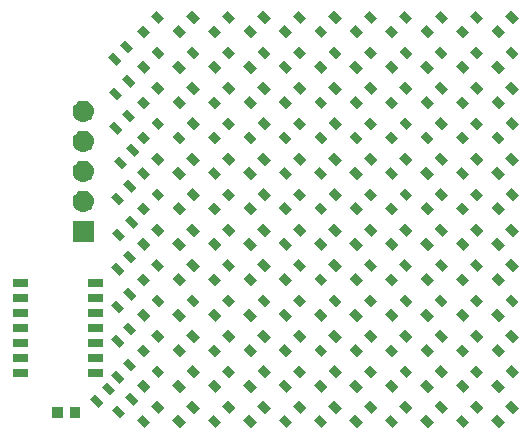
<source format=gts>
G04 #@! TF.GenerationSoftware,KiCad,Pcbnew,(5.1.2)-2*
G04 #@! TF.CreationDate,2020-03-23T21:36:54-04:00*
G04 #@! TF.ProjectId,test_samd11,74657374-5f73-4616-9d64-31312e6b6963,rev?*
G04 #@! TF.SameCoordinates,Original*
G04 #@! TF.FileFunction,Soldermask,Top*
G04 #@! TF.FilePolarity,Negative*
%FSLAX46Y46*%
G04 Gerber Fmt 4.6, Leading zero omitted, Abs format (unit mm)*
G04 Created by KiCad (PCBNEW (5.1.2)-2) date 2020-03-23 21:36:54*
%MOMM*%
%LPD*%
G04 APERTURE LIST*
%ADD10C,0.100000*%
G04 APERTURE END LIST*
D10*
G36*
X74603059Y-64409752D02*
G01*
X74106670Y-64906141D01*
X73468859Y-64268330D01*
X73965248Y-63771941D01*
X74603059Y-64409752D01*
X74603059Y-64409752D01*
G37*
G36*
X77603059Y-64409752D02*
G01*
X77106670Y-64906141D01*
X76468859Y-64268330D01*
X76965248Y-63771941D01*
X77603059Y-64409752D01*
X77603059Y-64409752D01*
G37*
G36*
X47603059Y-64409752D02*
G01*
X47106670Y-64906141D01*
X46468859Y-64268330D01*
X46965248Y-63771941D01*
X47603059Y-64409752D01*
X47603059Y-64409752D01*
G37*
G36*
X50603059Y-64409752D02*
G01*
X50106670Y-64906141D01*
X49468859Y-64268330D01*
X49965248Y-63771941D01*
X50603059Y-64409752D01*
X50603059Y-64409752D01*
G37*
G36*
X53603059Y-64409752D02*
G01*
X53106670Y-64906141D01*
X52468859Y-64268330D01*
X52965248Y-63771941D01*
X53603059Y-64409752D01*
X53603059Y-64409752D01*
G37*
G36*
X56603059Y-64409752D02*
G01*
X56106670Y-64906141D01*
X55468859Y-64268330D01*
X55965248Y-63771941D01*
X56603059Y-64409752D01*
X56603059Y-64409752D01*
G37*
G36*
X59603059Y-64409752D02*
G01*
X59106670Y-64906141D01*
X58468859Y-64268330D01*
X58965248Y-63771941D01*
X59603059Y-64409752D01*
X59603059Y-64409752D01*
G37*
G36*
X62603059Y-64409752D02*
G01*
X62106670Y-64906141D01*
X61468859Y-64268330D01*
X61965248Y-63771941D01*
X62603059Y-64409752D01*
X62603059Y-64409752D01*
G37*
G36*
X65603059Y-64409752D02*
G01*
X65106670Y-64906141D01*
X64468859Y-64268330D01*
X64965248Y-63771941D01*
X65603059Y-64409752D01*
X65603059Y-64409752D01*
G37*
G36*
X68603059Y-64409752D02*
G01*
X68106670Y-64906141D01*
X67468859Y-64268330D01*
X67965248Y-63771941D01*
X68603059Y-64409752D01*
X68603059Y-64409752D01*
G37*
G36*
X71603059Y-64409752D02*
G01*
X71106670Y-64906141D01*
X70468859Y-64268330D01*
X70965248Y-63771941D01*
X71603059Y-64409752D01*
X71603059Y-64409752D01*
G37*
G36*
X45502770Y-63663751D02*
G01*
X45077091Y-64089430D01*
X44368570Y-63380909D01*
X44794249Y-62955230D01*
X45502770Y-63663751D01*
X45502770Y-63663751D01*
G37*
G36*
X40188600Y-64027600D02*
G01*
X39286600Y-64027600D01*
X39286600Y-63175600D01*
X40188600Y-63175600D01*
X40188600Y-64027600D01*
X40188600Y-64027600D01*
G37*
G36*
X41688600Y-64027600D02*
G01*
X40786600Y-64027600D01*
X40786600Y-63175600D01*
X41688600Y-63175600D01*
X41688600Y-64027600D01*
X41688600Y-64027600D01*
G37*
G36*
X63805141Y-63207670D02*
G01*
X63308752Y-63704059D01*
X62670941Y-63066248D01*
X63167330Y-62569859D01*
X63805141Y-63207670D01*
X63805141Y-63207670D01*
G37*
G36*
X48805141Y-63207670D02*
G01*
X48308752Y-63704059D01*
X47670941Y-63066248D01*
X48167330Y-62569859D01*
X48805141Y-63207670D01*
X48805141Y-63207670D01*
G37*
G36*
X51805141Y-63207670D02*
G01*
X51308752Y-63704059D01*
X50670941Y-63066248D01*
X51167330Y-62569859D01*
X51805141Y-63207670D01*
X51805141Y-63207670D01*
G37*
G36*
X54805141Y-63207670D02*
G01*
X54308752Y-63704059D01*
X53670941Y-63066248D01*
X54167330Y-62569859D01*
X54805141Y-63207670D01*
X54805141Y-63207670D01*
G37*
G36*
X78805141Y-63207670D02*
G01*
X78308752Y-63704059D01*
X77670941Y-63066248D01*
X78167330Y-62569859D01*
X78805141Y-63207670D01*
X78805141Y-63207670D01*
G37*
G36*
X57805141Y-63207670D02*
G01*
X57308752Y-63704059D01*
X56670941Y-63066248D01*
X57167330Y-62569859D01*
X57805141Y-63207670D01*
X57805141Y-63207670D01*
G37*
G36*
X75805141Y-63207670D02*
G01*
X75308752Y-63704059D01*
X74670941Y-63066248D01*
X75167330Y-62569859D01*
X75805141Y-63207670D01*
X75805141Y-63207670D01*
G37*
G36*
X60805141Y-63207670D02*
G01*
X60308752Y-63704059D01*
X59670941Y-63066248D01*
X60167330Y-62569859D01*
X60805141Y-63207670D01*
X60805141Y-63207670D01*
G37*
G36*
X72805141Y-63207670D02*
G01*
X72308752Y-63704059D01*
X71670941Y-63066248D01*
X72167330Y-62569859D01*
X72805141Y-63207670D01*
X72805141Y-63207670D01*
G37*
G36*
X69805141Y-63207670D02*
G01*
X69308752Y-63704059D01*
X68670941Y-63066248D01*
X69167330Y-62569859D01*
X69805141Y-63207670D01*
X69805141Y-63207670D01*
G37*
G36*
X66805141Y-63207670D02*
G01*
X66308752Y-63704059D01*
X65670941Y-63066248D01*
X66167330Y-62569859D01*
X66805141Y-63207670D01*
X66805141Y-63207670D01*
G37*
G36*
X43597770Y-62774751D02*
G01*
X43172091Y-63200430D01*
X42463570Y-62491909D01*
X42889249Y-62066230D01*
X43597770Y-62774751D01*
X43597770Y-62774751D01*
G37*
G36*
X46563430Y-62603091D02*
G01*
X46137751Y-63028770D01*
X45429230Y-62320249D01*
X45854909Y-61894570D01*
X46563430Y-62603091D01*
X46563430Y-62603091D01*
G37*
G36*
X44658430Y-61714091D02*
G01*
X44232751Y-62139770D01*
X43524230Y-61431249D01*
X43949909Y-61005570D01*
X44658430Y-61714091D01*
X44658430Y-61714091D01*
G37*
G36*
X68603059Y-61409752D02*
G01*
X68106670Y-61906141D01*
X67468859Y-61268330D01*
X67965248Y-60771941D01*
X68603059Y-61409752D01*
X68603059Y-61409752D01*
G37*
G36*
X71603059Y-61409752D02*
G01*
X71106670Y-61906141D01*
X70468859Y-61268330D01*
X70965248Y-60771941D01*
X71603059Y-61409752D01*
X71603059Y-61409752D01*
G37*
G36*
X65603059Y-61409752D02*
G01*
X65106670Y-61906141D01*
X64468859Y-61268330D01*
X64965248Y-60771941D01*
X65603059Y-61409752D01*
X65603059Y-61409752D01*
G37*
G36*
X62603059Y-61409752D02*
G01*
X62106670Y-61906141D01*
X61468859Y-61268330D01*
X61965248Y-60771941D01*
X62603059Y-61409752D01*
X62603059Y-61409752D01*
G37*
G36*
X59603059Y-61409752D02*
G01*
X59106670Y-61906141D01*
X58468859Y-61268330D01*
X58965248Y-60771941D01*
X59603059Y-61409752D01*
X59603059Y-61409752D01*
G37*
G36*
X50603059Y-61409752D02*
G01*
X50106670Y-61906141D01*
X49468859Y-61268330D01*
X49965248Y-60771941D01*
X50603059Y-61409752D01*
X50603059Y-61409752D01*
G37*
G36*
X53603059Y-61409752D02*
G01*
X53106670Y-61906141D01*
X52468859Y-61268330D01*
X52965248Y-60771941D01*
X53603059Y-61409752D01*
X53603059Y-61409752D01*
G37*
G36*
X74603059Y-61409752D02*
G01*
X74106670Y-61906141D01*
X73468859Y-61268330D01*
X73965248Y-60771941D01*
X74603059Y-61409752D01*
X74603059Y-61409752D01*
G37*
G36*
X47603059Y-61409752D02*
G01*
X47106670Y-61906141D01*
X46468859Y-61268330D01*
X46965248Y-60771941D01*
X47603059Y-61409752D01*
X47603059Y-61409752D01*
G37*
G36*
X77603059Y-61409752D02*
G01*
X77106670Y-61906141D01*
X76468859Y-61268330D01*
X76965248Y-60771941D01*
X77603059Y-61409752D01*
X77603059Y-61409752D01*
G37*
G36*
X56603059Y-61409752D02*
G01*
X56106670Y-61906141D01*
X55468859Y-61268330D01*
X55965248Y-60771941D01*
X56603059Y-61409752D01*
X56603059Y-61409752D01*
G37*
G36*
X45375770Y-60742751D02*
G01*
X44950091Y-61168430D01*
X44241570Y-60459909D01*
X44667249Y-60034230D01*
X45375770Y-60742751D01*
X45375770Y-60742751D01*
G37*
G36*
X63805141Y-60207670D02*
G01*
X63308752Y-60704059D01*
X62670941Y-60066248D01*
X63167330Y-59569859D01*
X63805141Y-60207670D01*
X63805141Y-60207670D01*
G37*
G36*
X51805141Y-60207670D02*
G01*
X51308752Y-60704059D01*
X50670941Y-60066248D01*
X51167330Y-59569859D01*
X51805141Y-60207670D01*
X51805141Y-60207670D01*
G37*
G36*
X69805141Y-60207670D02*
G01*
X69308752Y-60704059D01*
X68670941Y-60066248D01*
X69167330Y-59569859D01*
X69805141Y-60207670D01*
X69805141Y-60207670D01*
G37*
G36*
X72805141Y-60207670D02*
G01*
X72308752Y-60704059D01*
X71670941Y-60066248D01*
X72167330Y-59569859D01*
X72805141Y-60207670D01*
X72805141Y-60207670D01*
G37*
G36*
X66805141Y-60207670D02*
G01*
X66308752Y-60704059D01*
X65670941Y-60066248D01*
X66167330Y-59569859D01*
X66805141Y-60207670D01*
X66805141Y-60207670D01*
G37*
G36*
X60805141Y-60207670D02*
G01*
X60308752Y-60704059D01*
X59670941Y-60066248D01*
X60167330Y-59569859D01*
X60805141Y-60207670D01*
X60805141Y-60207670D01*
G37*
G36*
X54805141Y-60207670D02*
G01*
X54308752Y-60704059D01*
X53670941Y-60066248D01*
X54167330Y-59569859D01*
X54805141Y-60207670D01*
X54805141Y-60207670D01*
G37*
G36*
X57805141Y-60207670D02*
G01*
X57308752Y-60704059D01*
X56670941Y-60066248D01*
X57167330Y-59569859D01*
X57805141Y-60207670D01*
X57805141Y-60207670D01*
G37*
G36*
X78805141Y-60207670D02*
G01*
X78308752Y-60704059D01*
X77670941Y-60066248D01*
X78167330Y-59569859D01*
X78805141Y-60207670D01*
X78805141Y-60207670D01*
G37*
G36*
X48805141Y-60207670D02*
G01*
X48308752Y-60704059D01*
X47670941Y-60066248D01*
X48167330Y-59569859D01*
X48805141Y-60207670D01*
X48805141Y-60207670D01*
G37*
G36*
X75805141Y-60207670D02*
G01*
X75308752Y-60704059D01*
X74670941Y-60066248D01*
X75167330Y-59569859D01*
X75805141Y-60207670D01*
X75805141Y-60207670D01*
G37*
G36*
X43599300Y-60553800D02*
G01*
X42354300Y-60553800D01*
X42354300Y-59943800D01*
X43599300Y-59943800D01*
X43599300Y-60553800D01*
X43599300Y-60553800D01*
G37*
G36*
X37249300Y-60553800D02*
G01*
X36004300Y-60553800D01*
X36004300Y-59943800D01*
X37249300Y-59943800D01*
X37249300Y-60553800D01*
X37249300Y-60553800D01*
G37*
G36*
X46436430Y-59682091D02*
G01*
X46010751Y-60107770D01*
X45302230Y-59399249D01*
X45727909Y-58973570D01*
X46436430Y-59682091D01*
X46436430Y-59682091D01*
G37*
G36*
X43599300Y-59283800D02*
G01*
X42354300Y-59283800D01*
X42354300Y-58673800D01*
X43599300Y-58673800D01*
X43599300Y-59283800D01*
X43599300Y-59283800D01*
G37*
G36*
X37249300Y-59283800D02*
G01*
X36004300Y-59283800D01*
X36004300Y-58673800D01*
X37249300Y-58673800D01*
X37249300Y-59283800D01*
X37249300Y-59283800D01*
G37*
G36*
X68603059Y-58409752D02*
G01*
X68106670Y-58906141D01*
X67468859Y-58268330D01*
X67965248Y-57771941D01*
X68603059Y-58409752D01*
X68603059Y-58409752D01*
G37*
G36*
X50603059Y-58409752D02*
G01*
X50106670Y-58906141D01*
X49468859Y-58268330D01*
X49965248Y-57771941D01*
X50603059Y-58409752D01*
X50603059Y-58409752D01*
G37*
G36*
X53603059Y-58409752D02*
G01*
X53106670Y-58906141D01*
X52468859Y-58268330D01*
X52965248Y-57771941D01*
X53603059Y-58409752D01*
X53603059Y-58409752D01*
G37*
G36*
X56603059Y-58409752D02*
G01*
X56106670Y-58906141D01*
X55468859Y-58268330D01*
X55965248Y-57771941D01*
X56603059Y-58409752D01*
X56603059Y-58409752D01*
G37*
G36*
X59603059Y-58409752D02*
G01*
X59106670Y-58906141D01*
X58468859Y-58268330D01*
X58965248Y-57771941D01*
X59603059Y-58409752D01*
X59603059Y-58409752D01*
G37*
G36*
X62603059Y-58409752D02*
G01*
X62106670Y-58906141D01*
X61468859Y-58268330D01*
X61965248Y-57771941D01*
X62603059Y-58409752D01*
X62603059Y-58409752D01*
G37*
G36*
X65603059Y-58409752D02*
G01*
X65106670Y-58906141D01*
X64468859Y-58268330D01*
X64965248Y-57771941D01*
X65603059Y-58409752D01*
X65603059Y-58409752D01*
G37*
G36*
X47603059Y-58409752D02*
G01*
X47106670Y-58906141D01*
X46468859Y-58268330D01*
X46965248Y-57771941D01*
X47603059Y-58409752D01*
X47603059Y-58409752D01*
G37*
G36*
X71603059Y-58409752D02*
G01*
X71106670Y-58906141D01*
X70468859Y-58268330D01*
X70965248Y-57771941D01*
X71603059Y-58409752D01*
X71603059Y-58409752D01*
G37*
G36*
X77603059Y-58409752D02*
G01*
X77106670Y-58906141D01*
X76468859Y-58268330D01*
X76965248Y-57771941D01*
X77603059Y-58409752D01*
X77603059Y-58409752D01*
G37*
G36*
X74603059Y-58409752D02*
G01*
X74106670Y-58906141D01*
X73468859Y-58268330D01*
X73965248Y-57771941D01*
X74603059Y-58409752D01*
X74603059Y-58409752D01*
G37*
G36*
X45375770Y-57694751D02*
G01*
X44950091Y-58120430D01*
X44241570Y-57411909D01*
X44667249Y-56986230D01*
X45375770Y-57694751D01*
X45375770Y-57694751D01*
G37*
G36*
X43599300Y-58013800D02*
G01*
X42354300Y-58013800D01*
X42354300Y-57403800D01*
X43599300Y-57403800D01*
X43599300Y-58013800D01*
X43599300Y-58013800D01*
G37*
G36*
X37249300Y-58013800D02*
G01*
X36004300Y-58013800D01*
X36004300Y-57403800D01*
X37249300Y-57403800D01*
X37249300Y-58013800D01*
X37249300Y-58013800D01*
G37*
G36*
X69805141Y-57207670D02*
G01*
X69308752Y-57704059D01*
X68670941Y-57066248D01*
X69167330Y-56569859D01*
X69805141Y-57207670D01*
X69805141Y-57207670D01*
G37*
G36*
X75805141Y-57207670D02*
G01*
X75308752Y-57704059D01*
X74670941Y-57066248D01*
X75167330Y-56569859D01*
X75805141Y-57207670D01*
X75805141Y-57207670D01*
G37*
G36*
X72805141Y-57207670D02*
G01*
X72308752Y-57704059D01*
X71670941Y-57066248D01*
X72167330Y-56569859D01*
X72805141Y-57207670D01*
X72805141Y-57207670D01*
G37*
G36*
X48805141Y-57207670D02*
G01*
X48308752Y-57704059D01*
X47670941Y-57066248D01*
X48167330Y-56569859D01*
X48805141Y-57207670D01*
X48805141Y-57207670D01*
G37*
G36*
X51805141Y-57207670D02*
G01*
X51308752Y-57704059D01*
X50670941Y-57066248D01*
X51167330Y-56569859D01*
X51805141Y-57207670D01*
X51805141Y-57207670D01*
G37*
G36*
X54805141Y-57207670D02*
G01*
X54308752Y-57704059D01*
X53670941Y-57066248D01*
X54167330Y-56569859D01*
X54805141Y-57207670D01*
X54805141Y-57207670D01*
G37*
G36*
X66805141Y-57207670D02*
G01*
X66308752Y-57704059D01*
X65670941Y-57066248D01*
X66167330Y-56569859D01*
X66805141Y-57207670D01*
X66805141Y-57207670D01*
G37*
G36*
X63805141Y-57207670D02*
G01*
X63308752Y-57704059D01*
X62670941Y-57066248D01*
X63167330Y-56569859D01*
X63805141Y-57207670D01*
X63805141Y-57207670D01*
G37*
G36*
X60805141Y-57207670D02*
G01*
X60308752Y-57704059D01*
X59670941Y-57066248D01*
X60167330Y-56569859D01*
X60805141Y-57207670D01*
X60805141Y-57207670D01*
G37*
G36*
X57805141Y-57207670D02*
G01*
X57308752Y-57704059D01*
X56670941Y-57066248D01*
X57167330Y-56569859D01*
X57805141Y-57207670D01*
X57805141Y-57207670D01*
G37*
G36*
X78805141Y-57207670D02*
G01*
X78308752Y-57704059D01*
X77670941Y-57066248D01*
X78167330Y-56569859D01*
X78805141Y-57207670D01*
X78805141Y-57207670D01*
G37*
G36*
X46436430Y-56634091D02*
G01*
X46010751Y-57059770D01*
X45302230Y-56351249D01*
X45727909Y-55925570D01*
X46436430Y-56634091D01*
X46436430Y-56634091D01*
G37*
G36*
X43599300Y-56743800D02*
G01*
X42354300Y-56743800D01*
X42354300Y-56133800D01*
X43599300Y-56133800D01*
X43599300Y-56743800D01*
X43599300Y-56743800D01*
G37*
G36*
X37249300Y-56743800D02*
G01*
X36004300Y-56743800D01*
X36004300Y-56133800D01*
X37249300Y-56133800D01*
X37249300Y-56743800D01*
X37249300Y-56743800D01*
G37*
G36*
X65603059Y-55409752D02*
G01*
X65106670Y-55906141D01*
X64468859Y-55268330D01*
X64965248Y-54771941D01*
X65603059Y-55409752D01*
X65603059Y-55409752D01*
G37*
G36*
X53603059Y-55409752D02*
G01*
X53106670Y-55906141D01*
X52468859Y-55268330D01*
X52965248Y-54771941D01*
X53603059Y-55409752D01*
X53603059Y-55409752D01*
G37*
G36*
X77603059Y-55409752D02*
G01*
X77106670Y-55906141D01*
X76468859Y-55268330D01*
X76965248Y-54771941D01*
X77603059Y-55409752D01*
X77603059Y-55409752D01*
G37*
G36*
X56603059Y-55409752D02*
G01*
X56106670Y-55906141D01*
X55468859Y-55268330D01*
X55965248Y-54771941D01*
X56603059Y-55409752D01*
X56603059Y-55409752D01*
G37*
G36*
X50603059Y-55409752D02*
G01*
X50106670Y-55906141D01*
X49468859Y-55268330D01*
X49965248Y-54771941D01*
X50603059Y-55409752D01*
X50603059Y-55409752D01*
G37*
G36*
X59603059Y-55409752D02*
G01*
X59106670Y-55906141D01*
X58468859Y-55268330D01*
X58965248Y-54771941D01*
X59603059Y-55409752D01*
X59603059Y-55409752D01*
G37*
G36*
X47603059Y-55409752D02*
G01*
X47106670Y-55906141D01*
X46468859Y-55268330D01*
X46965248Y-54771941D01*
X47603059Y-55409752D01*
X47603059Y-55409752D01*
G37*
G36*
X68603059Y-55409752D02*
G01*
X68106670Y-55906141D01*
X67468859Y-55268330D01*
X67965248Y-54771941D01*
X68603059Y-55409752D01*
X68603059Y-55409752D01*
G37*
G36*
X71603059Y-55409752D02*
G01*
X71106670Y-55906141D01*
X70468859Y-55268330D01*
X70965248Y-54771941D01*
X71603059Y-55409752D01*
X71603059Y-55409752D01*
G37*
G36*
X74603059Y-55409752D02*
G01*
X74106670Y-55906141D01*
X73468859Y-55268330D01*
X73965248Y-54771941D01*
X74603059Y-55409752D01*
X74603059Y-55409752D01*
G37*
G36*
X62603059Y-55409752D02*
G01*
X62106670Y-55906141D01*
X61468859Y-55268330D01*
X61965248Y-54771941D01*
X62603059Y-55409752D01*
X62603059Y-55409752D01*
G37*
G36*
X37249300Y-55473800D02*
G01*
X36004300Y-55473800D01*
X36004300Y-54863800D01*
X37249300Y-54863800D01*
X37249300Y-55473800D01*
X37249300Y-55473800D01*
G37*
G36*
X43599300Y-55473800D02*
G01*
X42354300Y-55473800D01*
X42354300Y-54863800D01*
X43599300Y-54863800D01*
X43599300Y-55473800D01*
X43599300Y-55473800D01*
G37*
G36*
X45375770Y-54773751D02*
G01*
X44950091Y-55199430D01*
X44241570Y-54490909D01*
X44667249Y-54065230D01*
X45375770Y-54773751D01*
X45375770Y-54773751D01*
G37*
G36*
X51805141Y-54207670D02*
G01*
X51308752Y-54704059D01*
X50670941Y-54066248D01*
X51167330Y-53569859D01*
X51805141Y-54207670D01*
X51805141Y-54207670D01*
G37*
G36*
X54805141Y-54207670D02*
G01*
X54308752Y-54704059D01*
X53670941Y-54066248D01*
X54167330Y-53569859D01*
X54805141Y-54207670D01*
X54805141Y-54207670D01*
G37*
G36*
X57805141Y-54207670D02*
G01*
X57308752Y-54704059D01*
X56670941Y-54066248D01*
X57167330Y-53569859D01*
X57805141Y-54207670D01*
X57805141Y-54207670D01*
G37*
G36*
X60805141Y-54207670D02*
G01*
X60308752Y-54704059D01*
X59670941Y-54066248D01*
X60167330Y-53569859D01*
X60805141Y-54207670D01*
X60805141Y-54207670D01*
G37*
G36*
X63805141Y-54207670D02*
G01*
X63308752Y-54704059D01*
X62670941Y-54066248D01*
X63167330Y-53569859D01*
X63805141Y-54207670D01*
X63805141Y-54207670D01*
G37*
G36*
X66805141Y-54207670D02*
G01*
X66308752Y-54704059D01*
X65670941Y-54066248D01*
X66167330Y-53569859D01*
X66805141Y-54207670D01*
X66805141Y-54207670D01*
G37*
G36*
X69805141Y-54207670D02*
G01*
X69308752Y-54704059D01*
X68670941Y-54066248D01*
X69167330Y-53569859D01*
X69805141Y-54207670D01*
X69805141Y-54207670D01*
G37*
G36*
X72805141Y-54207670D02*
G01*
X72308752Y-54704059D01*
X71670941Y-54066248D01*
X72167330Y-53569859D01*
X72805141Y-54207670D01*
X72805141Y-54207670D01*
G37*
G36*
X75805141Y-54207670D02*
G01*
X75308752Y-54704059D01*
X74670941Y-54066248D01*
X75167330Y-53569859D01*
X75805141Y-54207670D01*
X75805141Y-54207670D01*
G37*
G36*
X78805141Y-54207670D02*
G01*
X78308752Y-54704059D01*
X77670941Y-54066248D01*
X78167330Y-53569859D01*
X78805141Y-54207670D01*
X78805141Y-54207670D01*
G37*
G36*
X48805141Y-54207670D02*
G01*
X48308752Y-54704059D01*
X47670941Y-54066248D01*
X48167330Y-53569859D01*
X48805141Y-54207670D01*
X48805141Y-54207670D01*
G37*
G36*
X43599300Y-54203800D02*
G01*
X42354300Y-54203800D01*
X42354300Y-53593800D01*
X43599300Y-53593800D01*
X43599300Y-54203800D01*
X43599300Y-54203800D01*
G37*
G36*
X37249300Y-54203800D02*
G01*
X36004300Y-54203800D01*
X36004300Y-53593800D01*
X37249300Y-53593800D01*
X37249300Y-54203800D01*
X37249300Y-54203800D01*
G37*
G36*
X46436430Y-53713091D02*
G01*
X46010751Y-54138770D01*
X45302230Y-53430249D01*
X45727909Y-53004570D01*
X46436430Y-53713091D01*
X46436430Y-53713091D01*
G37*
G36*
X43599300Y-52933800D02*
G01*
X42354300Y-52933800D01*
X42354300Y-52323800D01*
X43599300Y-52323800D01*
X43599300Y-52933800D01*
X43599300Y-52933800D01*
G37*
G36*
X37249300Y-52933800D02*
G01*
X36004300Y-52933800D01*
X36004300Y-52323800D01*
X37249300Y-52323800D01*
X37249300Y-52933800D01*
X37249300Y-52933800D01*
G37*
G36*
X50603059Y-52409752D02*
G01*
X50106670Y-52906141D01*
X49468859Y-52268330D01*
X49965248Y-51771941D01*
X50603059Y-52409752D01*
X50603059Y-52409752D01*
G37*
G36*
X47603059Y-52409752D02*
G01*
X47106670Y-52906141D01*
X46468859Y-52268330D01*
X46965248Y-51771941D01*
X47603059Y-52409752D01*
X47603059Y-52409752D01*
G37*
G36*
X74603059Y-52409752D02*
G01*
X74106670Y-52906141D01*
X73468859Y-52268330D01*
X73965248Y-51771941D01*
X74603059Y-52409752D01*
X74603059Y-52409752D01*
G37*
G36*
X59603059Y-52409752D02*
G01*
X59106670Y-52906141D01*
X58468859Y-52268330D01*
X58965248Y-51771941D01*
X59603059Y-52409752D01*
X59603059Y-52409752D01*
G37*
G36*
X65603059Y-52409752D02*
G01*
X65106670Y-52906141D01*
X64468859Y-52268330D01*
X64965248Y-51771941D01*
X65603059Y-52409752D01*
X65603059Y-52409752D01*
G37*
G36*
X68603059Y-52409752D02*
G01*
X68106670Y-52906141D01*
X67468859Y-52268330D01*
X67965248Y-51771941D01*
X68603059Y-52409752D01*
X68603059Y-52409752D01*
G37*
G36*
X77603059Y-52409752D02*
G01*
X77106670Y-52906141D01*
X76468859Y-52268330D01*
X76965248Y-51771941D01*
X77603059Y-52409752D01*
X77603059Y-52409752D01*
G37*
G36*
X71603059Y-52409752D02*
G01*
X71106670Y-52906141D01*
X70468859Y-52268330D01*
X70965248Y-51771941D01*
X71603059Y-52409752D01*
X71603059Y-52409752D01*
G37*
G36*
X53603059Y-52409752D02*
G01*
X53106670Y-52906141D01*
X52468859Y-52268330D01*
X52965248Y-51771941D01*
X53603059Y-52409752D01*
X53603059Y-52409752D01*
G37*
G36*
X62603059Y-52409752D02*
G01*
X62106670Y-52906141D01*
X61468859Y-52268330D01*
X61965248Y-51771941D01*
X62603059Y-52409752D01*
X62603059Y-52409752D01*
G37*
G36*
X56603059Y-52409752D02*
G01*
X56106670Y-52906141D01*
X55468859Y-52268330D01*
X55965248Y-51771941D01*
X56603059Y-52409752D01*
X56603059Y-52409752D01*
G37*
G36*
X45375770Y-51598751D02*
G01*
X44950091Y-52024430D01*
X44241570Y-51315909D01*
X44667249Y-50890230D01*
X45375770Y-51598751D01*
X45375770Y-51598751D01*
G37*
G36*
X48805141Y-51207670D02*
G01*
X48308752Y-51704059D01*
X47670941Y-51066248D01*
X48167330Y-50569859D01*
X48805141Y-51207670D01*
X48805141Y-51207670D01*
G37*
G36*
X78805141Y-51207670D02*
G01*
X78308752Y-51704059D01*
X77670941Y-51066248D01*
X78167330Y-50569859D01*
X78805141Y-51207670D01*
X78805141Y-51207670D01*
G37*
G36*
X75805141Y-51207670D02*
G01*
X75308752Y-51704059D01*
X74670941Y-51066248D01*
X75167330Y-50569859D01*
X75805141Y-51207670D01*
X75805141Y-51207670D01*
G37*
G36*
X69805141Y-51207670D02*
G01*
X69308752Y-51704059D01*
X68670941Y-51066248D01*
X69167330Y-50569859D01*
X69805141Y-51207670D01*
X69805141Y-51207670D01*
G37*
G36*
X66805141Y-51207670D02*
G01*
X66308752Y-51704059D01*
X65670941Y-51066248D01*
X66167330Y-50569859D01*
X66805141Y-51207670D01*
X66805141Y-51207670D01*
G37*
G36*
X54805141Y-51207670D02*
G01*
X54308752Y-51704059D01*
X53670941Y-51066248D01*
X54167330Y-50569859D01*
X54805141Y-51207670D01*
X54805141Y-51207670D01*
G37*
G36*
X63805141Y-51207670D02*
G01*
X63308752Y-51704059D01*
X62670941Y-51066248D01*
X63167330Y-50569859D01*
X63805141Y-51207670D01*
X63805141Y-51207670D01*
G37*
G36*
X51805141Y-51207670D02*
G01*
X51308752Y-51704059D01*
X50670941Y-51066248D01*
X51167330Y-50569859D01*
X51805141Y-51207670D01*
X51805141Y-51207670D01*
G37*
G36*
X60805141Y-51207670D02*
G01*
X60308752Y-51704059D01*
X59670941Y-51066248D01*
X60167330Y-50569859D01*
X60805141Y-51207670D01*
X60805141Y-51207670D01*
G37*
G36*
X57805141Y-51207670D02*
G01*
X57308752Y-51704059D01*
X56670941Y-51066248D01*
X57167330Y-50569859D01*
X57805141Y-51207670D01*
X57805141Y-51207670D01*
G37*
G36*
X72805141Y-51207670D02*
G01*
X72308752Y-51704059D01*
X71670941Y-51066248D01*
X72167330Y-50569859D01*
X72805141Y-51207670D01*
X72805141Y-51207670D01*
G37*
G36*
X46436430Y-50538091D02*
G01*
X46010751Y-50963770D01*
X45302230Y-50255249D01*
X45727909Y-49829570D01*
X46436430Y-50538091D01*
X46436430Y-50538091D01*
G37*
G36*
X62603059Y-49409752D02*
G01*
X62106670Y-49906141D01*
X61468859Y-49268330D01*
X61965248Y-48771941D01*
X62603059Y-49409752D01*
X62603059Y-49409752D01*
G37*
G36*
X77603059Y-49409752D02*
G01*
X77106670Y-49906141D01*
X76468859Y-49268330D01*
X76965248Y-48771941D01*
X77603059Y-49409752D01*
X77603059Y-49409752D01*
G37*
G36*
X47603059Y-49409752D02*
G01*
X47106670Y-49906141D01*
X46468859Y-49268330D01*
X46965248Y-48771941D01*
X47603059Y-49409752D01*
X47603059Y-49409752D01*
G37*
G36*
X50603059Y-49409752D02*
G01*
X50106670Y-49906141D01*
X49468859Y-49268330D01*
X49965248Y-48771941D01*
X50603059Y-49409752D01*
X50603059Y-49409752D01*
G37*
G36*
X53603059Y-49409752D02*
G01*
X53106670Y-49906141D01*
X52468859Y-49268330D01*
X52965248Y-48771941D01*
X53603059Y-49409752D01*
X53603059Y-49409752D01*
G37*
G36*
X74603059Y-49409752D02*
G01*
X74106670Y-49906141D01*
X73468859Y-49268330D01*
X73965248Y-48771941D01*
X74603059Y-49409752D01*
X74603059Y-49409752D01*
G37*
G36*
X56603059Y-49409752D02*
G01*
X56106670Y-49906141D01*
X55468859Y-49268330D01*
X55965248Y-48771941D01*
X56603059Y-49409752D01*
X56603059Y-49409752D01*
G37*
G36*
X59603059Y-49409752D02*
G01*
X59106670Y-49906141D01*
X58468859Y-49268330D01*
X58965248Y-48771941D01*
X59603059Y-49409752D01*
X59603059Y-49409752D01*
G37*
G36*
X71603059Y-49409752D02*
G01*
X71106670Y-49906141D01*
X70468859Y-49268330D01*
X70965248Y-48771941D01*
X71603059Y-49409752D01*
X71603059Y-49409752D01*
G37*
G36*
X65603059Y-49409752D02*
G01*
X65106670Y-49906141D01*
X64468859Y-49268330D01*
X64965248Y-48771941D01*
X65603059Y-49409752D01*
X65603059Y-49409752D01*
G37*
G36*
X68603059Y-49409752D02*
G01*
X68106670Y-49906141D01*
X67468859Y-49268330D01*
X67965248Y-48771941D01*
X68603059Y-49409752D01*
X68603059Y-49409752D01*
G37*
G36*
X42836400Y-49161000D02*
G01*
X41034400Y-49161000D01*
X41034400Y-47359000D01*
X42836400Y-47359000D01*
X42836400Y-49161000D01*
X42836400Y-49161000D01*
G37*
G36*
X45502770Y-48677751D02*
G01*
X45077091Y-49103430D01*
X44368570Y-48394909D01*
X44794249Y-47969230D01*
X45502770Y-48677751D01*
X45502770Y-48677751D01*
G37*
G36*
X72805141Y-48207670D02*
G01*
X72308752Y-48704059D01*
X71670941Y-48066248D01*
X72167330Y-47569859D01*
X72805141Y-48207670D01*
X72805141Y-48207670D01*
G37*
G36*
X69805141Y-48207670D02*
G01*
X69308752Y-48704059D01*
X68670941Y-48066248D01*
X69167330Y-47569859D01*
X69805141Y-48207670D01*
X69805141Y-48207670D01*
G37*
G36*
X66805141Y-48207670D02*
G01*
X66308752Y-48704059D01*
X65670941Y-48066248D01*
X66167330Y-47569859D01*
X66805141Y-48207670D01*
X66805141Y-48207670D01*
G37*
G36*
X78805141Y-48207670D02*
G01*
X78308752Y-48704059D01*
X77670941Y-48066248D01*
X78167330Y-47569859D01*
X78805141Y-48207670D01*
X78805141Y-48207670D01*
G37*
G36*
X63805141Y-48207670D02*
G01*
X63308752Y-48704059D01*
X62670941Y-48066248D01*
X63167330Y-47569859D01*
X63805141Y-48207670D01*
X63805141Y-48207670D01*
G37*
G36*
X75805141Y-48207670D02*
G01*
X75308752Y-48704059D01*
X74670941Y-48066248D01*
X75167330Y-47569859D01*
X75805141Y-48207670D01*
X75805141Y-48207670D01*
G37*
G36*
X54805141Y-48207670D02*
G01*
X54308752Y-48704059D01*
X53670941Y-48066248D01*
X54167330Y-47569859D01*
X54805141Y-48207670D01*
X54805141Y-48207670D01*
G37*
G36*
X51805141Y-48207670D02*
G01*
X51308752Y-48704059D01*
X50670941Y-48066248D01*
X51167330Y-47569859D01*
X51805141Y-48207670D01*
X51805141Y-48207670D01*
G37*
G36*
X48805141Y-48207670D02*
G01*
X48308752Y-48704059D01*
X47670941Y-48066248D01*
X48167330Y-47569859D01*
X48805141Y-48207670D01*
X48805141Y-48207670D01*
G37*
G36*
X60805141Y-48207670D02*
G01*
X60308752Y-48704059D01*
X59670941Y-48066248D01*
X60167330Y-47569859D01*
X60805141Y-48207670D01*
X60805141Y-48207670D01*
G37*
G36*
X57805141Y-48207670D02*
G01*
X57308752Y-48704059D01*
X56670941Y-48066248D01*
X57167330Y-47569859D01*
X57805141Y-48207670D01*
X57805141Y-48207670D01*
G37*
G36*
X46563430Y-47617091D02*
G01*
X46137751Y-48042770D01*
X45429230Y-47334249D01*
X45854909Y-46908570D01*
X46563430Y-47617091D01*
X46563430Y-47617091D01*
G37*
G36*
X62603059Y-46409752D02*
G01*
X62106670Y-46906141D01*
X61468859Y-46268330D01*
X61965248Y-45771941D01*
X62603059Y-46409752D01*
X62603059Y-46409752D01*
G37*
G36*
X53603059Y-46409752D02*
G01*
X53106670Y-46906141D01*
X52468859Y-46268330D01*
X52965248Y-45771941D01*
X53603059Y-46409752D01*
X53603059Y-46409752D01*
G37*
G36*
X56603059Y-46409752D02*
G01*
X56106670Y-46906141D01*
X55468859Y-46268330D01*
X55965248Y-45771941D01*
X56603059Y-46409752D01*
X56603059Y-46409752D01*
G37*
G36*
X59603059Y-46409752D02*
G01*
X59106670Y-46906141D01*
X58468859Y-46268330D01*
X58965248Y-45771941D01*
X59603059Y-46409752D01*
X59603059Y-46409752D01*
G37*
G36*
X50603059Y-46409752D02*
G01*
X50106670Y-46906141D01*
X49468859Y-46268330D01*
X49965248Y-45771941D01*
X50603059Y-46409752D01*
X50603059Y-46409752D01*
G37*
G36*
X65603059Y-46409752D02*
G01*
X65106670Y-46906141D01*
X64468859Y-46268330D01*
X64965248Y-45771941D01*
X65603059Y-46409752D01*
X65603059Y-46409752D01*
G37*
G36*
X47603059Y-46409752D02*
G01*
X47106670Y-46906141D01*
X46468859Y-46268330D01*
X46965248Y-45771941D01*
X47603059Y-46409752D01*
X47603059Y-46409752D01*
G37*
G36*
X68603059Y-46409752D02*
G01*
X68106670Y-46906141D01*
X67468859Y-46268330D01*
X67965248Y-45771941D01*
X68603059Y-46409752D01*
X68603059Y-46409752D01*
G37*
G36*
X77603059Y-46409752D02*
G01*
X77106670Y-46906141D01*
X76468859Y-46268330D01*
X76965248Y-45771941D01*
X77603059Y-46409752D01*
X77603059Y-46409752D01*
G37*
G36*
X71603059Y-46409752D02*
G01*
X71106670Y-46906141D01*
X70468859Y-46268330D01*
X70965248Y-45771941D01*
X71603059Y-46409752D01*
X71603059Y-46409752D01*
G37*
G36*
X74603059Y-46409752D02*
G01*
X74106670Y-46906141D01*
X73468859Y-46268330D01*
X73965248Y-45771941D01*
X74603059Y-46409752D01*
X74603059Y-46409752D01*
G37*
G36*
X42045842Y-44825518D02*
G01*
X42112027Y-44832037D01*
X42281866Y-44883557D01*
X42438391Y-44967222D01*
X42471957Y-44994769D01*
X42575586Y-45079814D01*
X42658848Y-45181271D01*
X42688178Y-45217009D01*
X42771843Y-45373534D01*
X42823363Y-45543373D01*
X42840759Y-45720000D01*
X42823363Y-45896627D01*
X42771843Y-46066466D01*
X42688178Y-46222991D01*
X42658848Y-46258729D01*
X42575586Y-46360186D01*
X42474129Y-46443448D01*
X42438391Y-46472778D01*
X42281866Y-46556443D01*
X42112027Y-46607963D01*
X42045842Y-46614482D01*
X41979660Y-46621000D01*
X41891140Y-46621000D01*
X41824958Y-46614482D01*
X41758773Y-46607963D01*
X41588934Y-46556443D01*
X41432409Y-46472778D01*
X41396671Y-46443448D01*
X41295214Y-46360186D01*
X41211952Y-46258729D01*
X41182622Y-46222991D01*
X41098957Y-46066466D01*
X41047437Y-45896627D01*
X41030041Y-45720000D01*
X41047437Y-45543373D01*
X41098957Y-45373534D01*
X41182622Y-45217009D01*
X41211952Y-45181271D01*
X41295214Y-45079814D01*
X41398843Y-44994769D01*
X41432409Y-44967222D01*
X41588934Y-44883557D01*
X41758773Y-44832037D01*
X41824958Y-44825518D01*
X41891140Y-44819000D01*
X41979660Y-44819000D01*
X42045842Y-44825518D01*
X42045842Y-44825518D01*
G37*
G36*
X45375770Y-45629751D02*
G01*
X44950091Y-46055430D01*
X44241570Y-45346909D01*
X44667249Y-44921230D01*
X45375770Y-45629751D01*
X45375770Y-45629751D01*
G37*
G36*
X48805141Y-45207670D02*
G01*
X48308752Y-45704059D01*
X47670941Y-45066248D01*
X48167330Y-44569859D01*
X48805141Y-45207670D01*
X48805141Y-45207670D01*
G37*
G36*
X78805141Y-45207670D02*
G01*
X78308752Y-45704059D01*
X77670941Y-45066248D01*
X78167330Y-44569859D01*
X78805141Y-45207670D01*
X78805141Y-45207670D01*
G37*
G36*
X72805141Y-45207670D02*
G01*
X72308752Y-45704059D01*
X71670941Y-45066248D01*
X72167330Y-44569859D01*
X72805141Y-45207670D01*
X72805141Y-45207670D01*
G37*
G36*
X69805141Y-45207670D02*
G01*
X69308752Y-45704059D01*
X68670941Y-45066248D01*
X69167330Y-44569859D01*
X69805141Y-45207670D01*
X69805141Y-45207670D01*
G37*
G36*
X66805141Y-45207670D02*
G01*
X66308752Y-45704059D01*
X65670941Y-45066248D01*
X66167330Y-44569859D01*
X66805141Y-45207670D01*
X66805141Y-45207670D01*
G37*
G36*
X75805141Y-45207670D02*
G01*
X75308752Y-45704059D01*
X74670941Y-45066248D01*
X75167330Y-44569859D01*
X75805141Y-45207670D01*
X75805141Y-45207670D01*
G37*
G36*
X63805141Y-45207670D02*
G01*
X63308752Y-45704059D01*
X62670941Y-45066248D01*
X63167330Y-44569859D01*
X63805141Y-45207670D01*
X63805141Y-45207670D01*
G37*
G36*
X60805141Y-45207670D02*
G01*
X60308752Y-45704059D01*
X59670941Y-45066248D01*
X60167330Y-44569859D01*
X60805141Y-45207670D01*
X60805141Y-45207670D01*
G37*
G36*
X57805141Y-45207670D02*
G01*
X57308752Y-45704059D01*
X56670941Y-45066248D01*
X57167330Y-44569859D01*
X57805141Y-45207670D01*
X57805141Y-45207670D01*
G37*
G36*
X54805141Y-45207670D02*
G01*
X54308752Y-45704059D01*
X53670941Y-45066248D01*
X54167330Y-44569859D01*
X54805141Y-45207670D01*
X54805141Y-45207670D01*
G37*
G36*
X51805141Y-45207670D02*
G01*
X51308752Y-45704059D01*
X50670941Y-45066248D01*
X51167330Y-44569859D01*
X51805141Y-45207670D01*
X51805141Y-45207670D01*
G37*
G36*
X46436430Y-44569091D02*
G01*
X46010751Y-44994770D01*
X45302230Y-44286249D01*
X45727909Y-43860570D01*
X46436430Y-44569091D01*
X46436430Y-44569091D01*
G37*
G36*
X42045842Y-42285518D02*
G01*
X42112027Y-42292037D01*
X42281866Y-42343557D01*
X42438391Y-42427222D01*
X42474129Y-42456552D01*
X42575586Y-42539814D01*
X42658848Y-42641271D01*
X42688178Y-42677009D01*
X42771843Y-42833534D01*
X42823363Y-43003373D01*
X42840759Y-43180000D01*
X42823363Y-43356627D01*
X42771843Y-43526466D01*
X42688178Y-43682991D01*
X42658848Y-43718729D01*
X42575586Y-43820186D01*
X42474129Y-43903448D01*
X42438391Y-43932778D01*
X42281866Y-44016443D01*
X42112027Y-44067963D01*
X42045843Y-44074481D01*
X41979660Y-44081000D01*
X41891140Y-44081000D01*
X41824957Y-44074481D01*
X41758773Y-44067963D01*
X41588934Y-44016443D01*
X41432409Y-43932778D01*
X41396671Y-43903448D01*
X41295214Y-43820186D01*
X41211952Y-43718729D01*
X41182622Y-43682991D01*
X41098957Y-43526466D01*
X41047437Y-43356627D01*
X41030041Y-43180000D01*
X41047437Y-43003373D01*
X41098957Y-42833534D01*
X41182622Y-42677009D01*
X41211952Y-42641271D01*
X41295214Y-42539814D01*
X41396671Y-42456552D01*
X41432409Y-42427222D01*
X41588934Y-42343557D01*
X41758773Y-42292037D01*
X41824958Y-42285518D01*
X41891140Y-42279000D01*
X41979660Y-42279000D01*
X42045842Y-42285518D01*
X42045842Y-42285518D01*
G37*
G36*
X47603059Y-43409752D02*
G01*
X47106670Y-43906141D01*
X46468859Y-43268330D01*
X46965248Y-42771941D01*
X47603059Y-43409752D01*
X47603059Y-43409752D01*
G37*
G36*
X68603059Y-43409752D02*
G01*
X68106670Y-43906141D01*
X67468859Y-43268330D01*
X67965248Y-42771941D01*
X68603059Y-43409752D01*
X68603059Y-43409752D01*
G37*
G36*
X59603059Y-43409752D02*
G01*
X59106670Y-43906141D01*
X58468859Y-43268330D01*
X58965248Y-42771941D01*
X59603059Y-43409752D01*
X59603059Y-43409752D01*
G37*
G36*
X56603059Y-43409752D02*
G01*
X56106670Y-43906141D01*
X55468859Y-43268330D01*
X55965248Y-42771941D01*
X56603059Y-43409752D01*
X56603059Y-43409752D01*
G37*
G36*
X53603059Y-43409752D02*
G01*
X53106670Y-43906141D01*
X52468859Y-43268330D01*
X52965248Y-42771941D01*
X53603059Y-43409752D01*
X53603059Y-43409752D01*
G37*
G36*
X50603059Y-43409752D02*
G01*
X50106670Y-43906141D01*
X49468859Y-43268330D01*
X49965248Y-42771941D01*
X50603059Y-43409752D01*
X50603059Y-43409752D01*
G37*
G36*
X74603059Y-43409752D02*
G01*
X74106670Y-43906141D01*
X73468859Y-43268330D01*
X73965248Y-42771941D01*
X74603059Y-43409752D01*
X74603059Y-43409752D01*
G37*
G36*
X65603059Y-43409752D02*
G01*
X65106670Y-43906141D01*
X64468859Y-43268330D01*
X64965248Y-42771941D01*
X65603059Y-43409752D01*
X65603059Y-43409752D01*
G37*
G36*
X71603059Y-43409752D02*
G01*
X71106670Y-43906141D01*
X70468859Y-43268330D01*
X70965248Y-42771941D01*
X71603059Y-43409752D01*
X71603059Y-43409752D01*
G37*
G36*
X62603059Y-43409752D02*
G01*
X62106670Y-43906141D01*
X61468859Y-43268330D01*
X61965248Y-42771941D01*
X62603059Y-43409752D01*
X62603059Y-43409752D01*
G37*
G36*
X77603059Y-43409752D02*
G01*
X77106670Y-43906141D01*
X76468859Y-43268330D01*
X76965248Y-42771941D01*
X77603059Y-43409752D01*
X77603059Y-43409752D01*
G37*
G36*
X45629770Y-42581751D02*
G01*
X45204091Y-43007430D01*
X44495570Y-42298909D01*
X44921249Y-41873230D01*
X45629770Y-42581751D01*
X45629770Y-42581751D01*
G37*
G36*
X48805141Y-42207670D02*
G01*
X48308752Y-42704059D01*
X47670941Y-42066248D01*
X48167330Y-41569859D01*
X48805141Y-42207670D01*
X48805141Y-42207670D01*
G37*
G36*
X51805141Y-42207670D02*
G01*
X51308752Y-42704059D01*
X50670941Y-42066248D01*
X51167330Y-41569859D01*
X51805141Y-42207670D01*
X51805141Y-42207670D01*
G37*
G36*
X66805141Y-42207670D02*
G01*
X66308752Y-42704059D01*
X65670941Y-42066248D01*
X66167330Y-41569859D01*
X66805141Y-42207670D01*
X66805141Y-42207670D01*
G37*
G36*
X63805141Y-42207670D02*
G01*
X63308752Y-42704059D01*
X62670941Y-42066248D01*
X63167330Y-41569859D01*
X63805141Y-42207670D01*
X63805141Y-42207670D01*
G37*
G36*
X54805141Y-42207670D02*
G01*
X54308752Y-42704059D01*
X53670941Y-42066248D01*
X54167330Y-41569859D01*
X54805141Y-42207670D01*
X54805141Y-42207670D01*
G37*
G36*
X57805141Y-42207670D02*
G01*
X57308752Y-42704059D01*
X56670941Y-42066248D01*
X57167330Y-41569859D01*
X57805141Y-42207670D01*
X57805141Y-42207670D01*
G37*
G36*
X60805141Y-42207670D02*
G01*
X60308752Y-42704059D01*
X59670941Y-42066248D01*
X60167330Y-41569859D01*
X60805141Y-42207670D01*
X60805141Y-42207670D01*
G37*
G36*
X69805141Y-42207670D02*
G01*
X69308752Y-42704059D01*
X68670941Y-42066248D01*
X69167330Y-41569859D01*
X69805141Y-42207670D01*
X69805141Y-42207670D01*
G37*
G36*
X72805141Y-42207670D02*
G01*
X72308752Y-42704059D01*
X71670941Y-42066248D01*
X72167330Y-41569859D01*
X72805141Y-42207670D01*
X72805141Y-42207670D01*
G37*
G36*
X75805141Y-42207670D02*
G01*
X75308752Y-42704059D01*
X74670941Y-42066248D01*
X75167330Y-41569859D01*
X75805141Y-42207670D01*
X75805141Y-42207670D01*
G37*
G36*
X78805141Y-42207670D02*
G01*
X78308752Y-42704059D01*
X77670941Y-42066248D01*
X78167330Y-41569859D01*
X78805141Y-42207670D01*
X78805141Y-42207670D01*
G37*
G36*
X46690430Y-41521091D02*
G01*
X46264751Y-41946770D01*
X45556230Y-41238249D01*
X45981909Y-40812570D01*
X46690430Y-41521091D01*
X46690430Y-41521091D01*
G37*
G36*
X42045842Y-39745518D02*
G01*
X42112027Y-39752037D01*
X42281866Y-39803557D01*
X42438391Y-39887222D01*
X42474129Y-39916552D01*
X42575586Y-39999814D01*
X42646668Y-40086429D01*
X42688178Y-40137009D01*
X42771843Y-40293534D01*
X42823363Y-40463373D01*
X42840759Y-40640000D01*
X42823363Y-40816627D01*
X42771843Y-40986466D01*
X42688178Y-41142991D01*
X42658848Y-41178729D01*
X42575586Y-41280186D01*
X42474129Y-41363448D01*
X42438391Y-41392778D01*
X42281866Y-41476443D01*
X42112027Y-41527963D01*
X42045842Y-41534482D01*
X41979660Y-41541000D01*
X41891140Y-41541000D01*
X41824958Y-41534482D01*
X41758773Y-41527963D01*
X41588934Y-41476443D01*
X41432409Y-41392778D01*
X41396671Y-41363448D01*
X41295214Y-41280186D01*
X41211952Y-41178729D01*
X41182622Y-41142991D01*
X41098957Y-40986466D01*
X41047437Y-40816627D01*
X41030041Y-40640000D01*
X41047437Y-40463373D01*
X41098957Y-40293534D01*
X41182622Y-40137009D01*
X41224132Y-40086429D01*
X41295214Y-39999814D01*
X41396671Y-39916552D01*
X41432409Y-39887222D01*
X41588934Y-39803557D01*
X41758773Y-39752037D01*
X41824958Y-39745518D01*
X41891140Y-39739000D01*
X41979660Y-39739000D01*
X42045842Y-39745518D01*
X42045842Y-39745518D01*
G37*
G36*
X65603059Y-40409752D02*
G01*
X65106670Y-40906141D01*
X64468859Y-40268330D01*
X64965248Y-39771941D01*
X65603059Y-40409752D01*
X65603059Y-40409752D01*
G37*
G36*
X74603059Y-40409752D02*
G01*
X74106670Y-40906141D01*
X73468859Y-40268330D01*
X73965248Y-39771941D01*
X74603059Y-40409752D01*
X74603059Y-40409752D01*
G37*
G36*
X77603059Y-40409752D02*
G01*
X77106670Y-40906141D01*
X76468859Y-40268330D01*
X76965248Y-39771941D01*
X77603059Y-40409752D01*
X77603059Y-40409752D01*
G37*
G36*
X47603059Y-40409752D02*
G01*
X47106670Y-40906141D01*
X46468859Y-40268330D01*
X46965248Y-39771941D01*
X47603059Y-40409752D01*
X47603059Y-40409752D01*
G37*
G36*
X50603059Y-40409752D02*
G01*
X50106670Y-40906141D01*
X49468859Y-40268330D01*
X49965248Y-39771941D01*
X50603059Y-40409752D01*
X50603059Y-40409752D01*
G37*
G36*
X53603059Y-40409752D02*
G01*
X53106670Y-40906141D01*
X52468859Y-40268330D01*
X52965248Y-39771941D01*
X53603059Y-40409752D01*
X53603059Y-40409752D01*
G37*
G36*
X56603059Y-40409752D02*
G01*
X56106670Y-40906141D01*
X55468859Y-40268330D01*
X55965248Y-39771941D01*
X56603059Y-40409752D01*
X56603059Y-40409752D01*
G37*
G36*
X59603059Y-40409752D02*
G01*
X59106670Y-40906141D01*
X58468859Y-40268330D01*
X58965248Y-39771941D01*
X59603059Y-40409752D01*
X59603059Y-40409752D01*
G37*
G36*
X62603059Y-40409752D02*
G01*
X62106670Y-40906141D01*
X61468859Y-40268330D01*
X61965248Y-39771941D01*
X62603059Y-40409752D01*
X62603059Y-40409752D01*
G37*
G36*
X71603059Y-40409752D02*
G01*
X71106670Y-40906141D01*
X70468859Y-40268330D01*
X70965248Y-39771941D01*
X71603059Y-40409752D01*
X71603059Y-40409752D01*
G37*
G36*
X68603059Y-40409752D02*
G01*
X68106670Y-40906141D01*
X67468859Y-40268330D01*
X67965248Y-39771941D01*
X68603059Y-40409752D01*
X68603059Y-40409752D01*
G37*
G36*
X45248770Y-39660751D02*
G01*
X44823091Y-40086430D01*
X44114570Y-39377909D01*
X44540249Y-38952230D01*
X45248770Y-39660751D01*
X45248770Y-39660751D01*
G37*
G36*
X78805141Y-39207670D02*
G01*
X78308752Y-39704059D01*
X77670941Y-39066248D01*
X78167330Y-38569859D01*
X78805141Y-39207670D01*
X78805141Y-39207670D01*
G37*
G36*
X75805141Y-39207670D02*
G01*
X75308752Y-39704059D01*
X74670941Y-39066248D01*
X75167330Y-38569859D01*
X75805141Y-39207670D01*
X75805141Y-39207670D01*
G37*
G36*
X48805141Y-39207670D02*
G01*
X48308752Y-39704059D01*
X47670941Y-39066248D01*
X48167330Y-38569859D01*
X48805141Y-39207670D01*
X48805141Y-39207670D01*
G37*
G36*
X72805141Y-39207670D02*
G01*
X72308752Y-39704059D01*
X71670941Y-39066248D01*
X72167330Y-38569859D01*
X72805141Y-39207670D01*
X72805141Y-39207670D01*
G37*
G36*
X51805141Y-39207670D02*
G01*
X51308752Y-39704059D01*
X50670941Y-39066248D01*
X51167330Y-38569859D01*
X51805141Y-39207670D01*
X51805141Y-39207670D01*
G37*
G36*
X54805141Y-39207670D02*
G01*
X54308752Y-39704059D01*
X53670941Y-39066248D01*
X54167330Y-38569859D01*
X54805141Y-39207670D01*
X54805141Y-39207670D01*
G37*
G36*
X66805141Y-39207670D02*
G01*
X66308752Y-39704059D01*
X65670941Y-39066248D01*
X66167330Y-38569859D01*
X66805141Y-39207670D01*
X66805141Y-39207670D01*
G37*
G36*
X57805141Y-39207670D02*
G01*
X57308752Y-39704059D01*
X56670941Y-39066248D01*
X57167330Y-38569859D01*
X57805141Y-39207670D01*
X57805141Y-39207670D01*
G37*
G36*
X63805141Y-39207670D02*
G01*
X63308752Y-39704059D01*
X62670941Y-39066248D01*
X63167330Y-38569859D01*
X63805141Y-39207670D01*
X63805141Y-39207670D01*
G37*
G36*
X60805141Y-39207670D02*
G01*
X60308752Y-39704059D01*
X59670941Y-39066248D01*
X60167330Y-38569859D01*
X60805141Y-39207670D01*
X60805141Y-39207670D01*
G37*
G36*
X69805141Y-39207670D02*
G01*
X69308752Y-39704059D01*
X68670941Y-39066248D01*
X69167330Y-38569859D01*
X69805141Y-39207670D01*
X69805141Y-39207670D01*
G37*
G36*
X46309430Y-38600091D02*
G01*
X45883751Y-39025770D01*
X45175230Y-38317249D01*
X45600909Y-37891570D01*
X46309430Y-38600091D01*
X46309430Y-38600091D01*
G37*
G36*
X42045842Y-37205518D02*
G01*
X42112027Y-37212037D01*
X42281866Y-37263557D01*
X42438391Y-37347222D01*
X42474129Y-37376552D01*
X42575586Y-37459814D01*
X42658848Y-37561271D01*
X42688178Y-37597009D01*
X42771843Y-37753534D01*
X42823363Y-37923373D01*
X42840759Y-38100000D01*
X42823363Y-38276627D01*
X42771843Y-38446466D01*
X42688178Y-38602991D01*
X42658848Y-38638729D01*
X42575586Y-38740186D01*
X42474129Y-38823448D01*
X42438391Y-38852778D01*
X42281866Y-38936443D01*
X42112027Y-38987963D01*
X42045843Y-38994481D01*
X41979660Y-39001000D01*
X41891140Y-39001000D01*
X41824957Y-38994481D01*
X41758773Y-38987963D01*
X41588934Y-38936443D01*
X41432409Y-38852778D01*
X41396671Y-38823448D01*
X41295214Y-38740186D01*
X41211952Y-38638729D01*
X41182622Y-38602991D01*
X41098957Y-38446466D01*
X41047437Y-38276627D01*
X41030041Y-38100000D01*
X41047437Y-37923373D01*
X41098957Y-37753534D01*
X41182622Y-37597009D01*
X41211952Y-37561271D01*
X41295214Y-37459814D01*
X41396671Y-37376552D01*
X41432409Y-37347222D01*
X41588934Y-37263557D01*
X41758773Y-37212037D01*
X41824958Y-37205518D01*
X41891140Y-37199000D01*
X41979660Y-37199000D01*
X42045842Y-37205518D01*
X42045842Y-37205518D01*
G37*
G36*
X47603059Y-37409752D02*
G01*
X47106670Y-37906141D01*
X46468859Y-37268330D01*
X46965248Y-36771941D01*
X47603059Y-37409752D01*
X47603059Y-37409752D01*
G37*
G36*
X50603059Y-37409752D02*
G01*
X50106670Y-37906141D01*
X49468859Y-37268330D01*
X49965248Y-36771941D01*
X50603059Y-37409752D01*
X50603059Y-37409752D01*
G37*
G36*
X53603059Y-37409752D02*
G01*
X53106670Y-37906141D01*
X52468859Y-37268330D01*
X52965248Y-36771941D01*
X53603059Y-37409752D01*
X53603059Y-37409752D01*
G37*
G36*
X56603059Y-37409752D02*
G01*
X56106670Y-37906141D01*
X55468859Y-37268330D01*
X55965248Y-36771941D01*
X56603059Y-37409752D01*
X56603059Y-37409752D01*
G37*
G36*
X59603059Y-37409752D02*
G01*
X59106670Y-37906141D01*
X58468859Y-37268330D01*
X58965248Y-36771941D01*
X59603059Y-37409752D01*
X59603059Y-37409752D01*
G37*
G36*
X65603059Y-37409752D02*
G01*
X65106670Y-37906141D01*
X64468859Y-37268330D01*
X64965248Y-36771941D01*
X65603059Y-37409752D01*
X65603059Y-37409752D01*
G37*
G36*
X68603059Y-37409752D02*
G01*
X68106670Y-37906141D01*
X67468859Y-37268330D01*
X67965248Y-36771941D01*
X68603059Y-37409752D01*
X68603059Y-37409752D01*
G37*
G36*
X71603059Y-37409752D02*
G01*
X71106670Y-37906141D01*
X70468859Y-37268330D01*
X70965248Y-36771941D01*
X71603059Y-37409752D01*
X71603059Y-37409752D01*
G37*
G36*
X77603059Y-37409752D02*
G01*
X77106670Y-37906141D01*
X76468859Y-37268330D01*
X76965248Y-36771941D01*
X77603059Y-37409752D01*
X77603059Y-37409752D01*
G37*
G36*
X74603059Y-37409752D02*
G01*
X74106670Y-37906141D01*
X73468859Y-37268330D01*
X73965248Y-36771941D01*
X74603059Y-37409752D01*
X74603059Y-37409752D01*
G37*
G36*
X62603059Y-37409752D02*
G01*
X62106670Y-37906141D01*
X61468859Y-37268330D01*
X61965248Y-36771941D01*
X62603059Y-37409752D01*
X62603059Y-37409752D01*
G37*
G36*
X45248770Y-36739751D02*
G01*
X44823091Y-37165430D01*
X44114570Y-36456909D01*
X44540249Y-36031230D01*
X45248770Y-36739751D01*
X45248770Y-36739751D01*
G37*
G36*
X66805141Y-36207670D02*
G01*
X66308752Y-36704059D01*
X65670941Y-36066248D01*
X66167330Y-35569859D01*
X66805141Y-36207670D01*
X66805141Y-36207670D01*
G37*
G36*
X51805141Y-36207670D02*
G01*
X51308752Y-36704059D01*
X50670941Y-36066248D01*
X51167330Y-35569859D01*
X51805141Y-36207670D01*
X51805141Y-36207670D01*
G37*
G36*
X54805141Y-36207670D02*
G01*
X54308752Y-36704059D01*
X53670941Y-36066248D01*
X54167330Y-35569859D01*
X54805141Y-36207670D01*
X54805141Y-36207670D01*
G37*
G36*
X57805141Y-36207670D02*
G01*
X57308752Y-36704059D01*
X56670941Y-36066248D01*
X57167330Y-35569859D01*
X57805141Y-36207670D01*
X57805141Y-36207670D01*
G37*
G36*
X60805141Y-36207670D02*
G01*
X60308752Y-36704059D01*
X59670941Y-36066248D01*
X60167330Y-35569859D01*
X60805141Y-36207670D01*
X60805141Y-36207670D01*
G37*
G36*
X63805141Y-36207670D02*
G01*
X63308752Y-36704059D01*
X62670941Y-36066248D01*
X63167330Y-35569859D01*
X63805141Y-36207670D01*
X63805141Y-36207670D01*
G37*
G36*
X69805141Y-36207670D02*
G01*
X69308752Y-36704059D01*
X68670941Y-36066248D01*
X69167330Y-35569859D01*
X69805141Y-36207670D01*
X69805141Y-36207670D01*
G37*
G36*
X72805141Y-36207670D02*
G01*
X72308752Y-36704059D01*
X71670941Y-36066248D01*
X72167330Y-35569859D01*
X72805141Y-36207670D01*
X72805141Y-36207670D01*
G37*
G36*
X75805141Y-36207670D02*
G01*
X75308752Y-36704059D01*
X74670941Y-36066248D01*
X75167330Y-35569859D01*
X75805141Y-36207670D01*
X75805141Y-36207670D01*
G37*
G36*
X78805141Y-36207670D02*
G01*
X78308752Y-36704059D01*
X77670941Y-36066248D01*
X78167330Y-35569859D01*
X78805141Y-36207670D01*
X78805141Y-36207670D01*
G37*
G36*
X48805141Y-36207670D02*
G01*
X48308752Y-36704059D01*
X47670941Y-36066248D01*
X48167330Y-35569859D01*
X48805141Y-36207670D01*
X48805141Y-36207670D01*
G37*
G36*
X46309430Y-35679091D02*
G01*
X45883751Y-36104770D01*
X45175230Y-35396249D01*
X45600909Y-34970570D01*
X46309430Y-35679091D01*
X46309430Y-35679091D01*
G37*
G36*
X71603059Y-34409752D02*
G01*
X71106670Y-34906141D01*
X70468859Y-34268330D01*
X70965248Y-33771941D01*
X71603059Y-34409752D01*
X71603059Y-34409752D01*
G37*
G36*
X47603059Y-34409752D02*
G01*
X47106670Y-34906141D01*
X46468859Y-34268330D01*
X46965248Y-33771941D01*
X47603059Y-34409752D01*
X47603059Y-34409752D01*
G37*
G36*
X50603059Y-34409752D02*
G01*
X50106670Y-34906141D01*
X49468859Y-34268330D01*
X49965248Y-33771941D01*
X50603059Y-34409752D01*
X50603059Y-34409752D01*
G37*
G36*
X53603059Y-34409752D02*
G01*
X53106670Y-34906141D01*
X52468859Y-34268330D01*
X52965248Y-33771941D01*
X53603059Y-34409752D01*
X53603059Y-34409752D01*
G37*
G36*
X56603059Y-34409752D02*
G01*
X56106670Y-34906141D01*
X55468859Y-34268330D01*
X55965248Y-33771941D01*
X56603059Y-34409752D01*
X56603059Y-34409752D01*
G37*
G36*
X62603059Y-34409752D02*
G01*
X62106670Y-34906141D01*
X61468859Y-34268330D01*
X61965248Y-33771941D01*
X62603059Y-34409752D01*
X62603059Y-34409752D01*
G37*
G36*
X65603059Y-34409752D02*
G01*
X65106670Y-34906141D01*
X64468859Y-34268330D01*
X64965248Y-33771941D01*
X65603059Y-34409752D01*
X65603059Y-34409752D01*
G37*
G36*
X77603059Y-34409752D02*
G01*
X77106670Y-34906141D01*
X76468859Y-34268330D01*
X76965248Y-33771941D01*
X77603059Y-34409752D01*
X77603059Y-34409752D01*
G37*
G36*
X68603059Y-34409752D02*
G01*
X68106670Y-34906141D01*
X67468859Y-34268330D01*
X67965248Y-33771941D01*
X68603059Y-34409752D01*
X68603059Y-34409752D01*
G37*
G36*
X74603059Y-34409752D02*
G01*
X74106670Y-34906141D01*
X73468859Y-34268330D01*
X73965248Y-33771941D01*
X74603059Y-34409752D01*
X74603059Y-34409752D01*
G37*
G36*
X59603059Y-34409752D02*
G01*
X59106670Y-34906141D01*
X58468859Y-34268330D01*
X58965248Y-33771941D01*
X59603059Y-34409752D01*
X59603059Y-34409752D01*
G37*
G36*
X45121770Y-33818751D02*
G01*
X44696091Y-34244430D01*
X43987570Y-33535909D01*
X44413249Y-33110230D01*
X45121770Y-33818751D01*
X45121770Y-33818751D01*
G37*
G36*
X57805141Y-33207670D02*
G01*
X57308752Y-33704059D01*
X56670941Y-33066248D01*
X57167330Y-32569859D01*
X57805141Y-33207670D01*
X57805141Y-33207670D01*
G37*
G36*
X78805141Y-33207670D02*
G01*
X78308752Y-33704059D01*
X77670941Y-33066248D01*
X78167330Y-32569859D01*
X78805141Y-33207670D01*
X78805141Y-33207670D01*
G37*
G36*
X69805141Y-33207670D02*
G01*
X69308752Y-33704059D01*
X68670941Y-33066248D01*
X69167330Y-32569859D01*
X69805141Y-33207670D01*
X69805141Y-33207670D01*
G37*
G36*
X66805141Y-33207670D02*
G01*
X66308752Y-33704059D01*
X65670941Y-33066248D01*
X66167330Y-32569859D01*
X66805141Y-33207670D01*
X66805141Y-33207670D01*
G37*
G36*
X63805141Y-33207670D02*
G01*
X63308752Y-33704059D01*
X62670941Y-33066248D01*
X63167330Y-32569859D01*
X63805141Y-33207670D01*
X63805141Y-33207670D01*
G37*
G36*
X60805141Y-33207670D02*
G01*
X60308752Y-33704059D01*
X59670941Y-33066248D01*
X60167330Y-32569859D01*
X60805141Y-33207670D01*
X60805141Y-33207670D01*
G37*
G36*
X75805141Y-33207670D02*
G01*
X75308752Y-33704059D01*
X74670941Y-33066248D01*
X75167330Y-32569859D01*
X75805141Y-33207670D01*
X75805141Y-33207670D01*
G37*
G36*
X54805141Y-33207670D02*
G01*
X54308752Y-33704059D01*
X53670941Y-33066248D01*
X54167330Y-32569859D01*
X54805141Y-33207670D01*
X54805141Y-33207670D01*
G37*
G36*
X51805141Y-33207670D02*
G01*
X51308752Y-33704059D01*
X50670941Y-33066248D01*
X51167330Y-32569859D01*
X51805141Y-33207670D01*
X51805141Y-33207670D01*
G37*
G36*
X48805141Y-33207670D02*
G01*
X48308752Y-33704059D01*
X47670941Y-33066248D01*
X48167330Y-32569859D01*
X48805141Y-33207670D01*
X48805141Y-33207670D01*
G37*
G36*
X72805141Y-33207670D02*
G01*
X72308752Y-33704059D01*
X71670941Y-33066248D01*
X72167330Y-32569859D01*
X72805141Y-33207670D01*
X72805141Y-33207670D01*
G37*
G36*
X46182430Y-32758091D02*
G01*
X45756751Y-33183770D01*
X45048230Y-32475249D01*
X45473909Y-32049570D01*
X46182430Y-32758091D01*
X46182430Y-32758091D01*
G37*
G36*
X77603059Y-31409752D02*
G01*
X77106670Y-31906141D01*
X76468859Y-31268330D01*
X76965248Y-30771941D01*
X77603059Y-31409752D01*
X77603059Y-31409752D01*
G37*
G36*
X65603059Y-31409752D02*
G01*
X65106670Y-31906141D01*
X64468859Y-31268330D01*
X64965248Y-30771941D01*
X65603059Y-31409752D01*
X65603059Y-31409752D01*
G37*
G36*
X62603059Y-31409752D02*
G01*
X62106670Y-31906141D01*
X61468859Y-31268330D01*
X61965248Y-30771941D01*
X62603059Y-31409752D01*
X62603059Y-31409752D01*
G37*
G36*
X59603059Y-31409752D02*
G01*
X59106670Y-31906141D01*
X58468859Y-31268330D01*
X58965248Y-30771941D01*
X59603059Y-31409752D01*
X59603059Y-31409752D01*
G37*
G36*
X56603059Y-31409752D02*
G01*
X56106670Y-31906141D01*
X55468859Y-31268330D01*
X55965248Y-30771941D01*
X56603059Y-31409752D01*
X56603059Y-31409752D01*
G37*
G36*
X53603059Y-31409752D02*
G01*
X53106670Y-31906141D01*
X52468859Y-31268330D01*
X52965248Y-30771941D01*
X53603059Y-31409752D01*
X53603059Y-31409752D01*
G37*
G36*
X50603059Y-31409752D02*
G01*
X50106670Y-31906141D01*
X49468859Y-31268330D01*
X49965248Y-30771941D01*
X50603059Y-31409752D01*
X50603059Y-31409752D01*
G37*
G36*
X47603059Y-31409752D02*
G01*
X47106670Y-31906141D01*
X46468859Y-31268330D01*
X46965248Y-30771941D01*
X47603059Y-31409752D01*
X47603059Y-31409752D01*
G37*
G36*
X71603059Y-31409752D02*
G01*
X71106670Y-31906141D01*
X70468859Y-31268330D01*
X70965248Y-30771941D01*
X71603059Y-31409752D01*
X71603059Y-31409752D01*
G37*
G36*
X74603059Y-31409752D02*
G01*
X74106670Y-31906141D01*
X73468859Y-31268330D01*
X73965248Y-30771941D01*
X74603059Y-31409752D01*
X74603059Y-31409752D01*
G37*
G36*
X68603059Y-31409752D02*
G01*
X68106670Y-31906141D01*
X67468859Y-31268330D01*
X67965248Y-30771941D01*
X68603059Y-31409752D01*
X68603059Y-31409752D01*
G37*
G36*
X69805141Y-30207670D02*
G01*
X69308752Y-30704059D01*
X68670941Y-30066248D01*
X69167330Y-29569859D01*
X69805141Y-30207670D01*
X69805141Y-30207670D01*
G37*
G36*
X75805141Y-30207670D02*
G01*
X75308752Y-30704059D01*
X74670941Y-30066248D01*
X75167330Y-29569859D01*
X75805141Y-30207670D01*
X75805141Y-30207670D01*
G37*
G36*
X72805141Y-30207670D02*
G01*
X72308752Y-30704059D01*
X71670941Y-30066248D01*
X72167330Y-29569859D01*
X72805141Y-30207670D01*
X72805141Y-30207670D01*
G37*
G36*
X48805141Y-30207670D02*
G01*
X48308752Y-30704059D01*
X47670941Y-30066248D01*
X48167330Y-29569859D01*
X48805141Y-30207670D01*
X48805141Y-30207670D01*
G37*
G36*
X51805141Y-30207670D02*
G01*
X51308752Y-30704059D01*
X50670941Y-30066248D01*
X51167330Y-29569859D01*
X51805141Y-30207670D01*
X51805141Y-30207670D01*
G37*
G36*
X54805141Y-30207670D02*
G01*
X54308752Y-30704059D01*
X53670941Y-30066248D01*
X54167330Y-29569859D01*
X54805141Y-30207670D01*
X54805141Y-30207670D01*
G37*
G36*
X57805141Y-30207670D02*
G01*
X57308752Y-30704059D01*
X56670941Y-30066248D01*
X57167330Y-29569859D01*
X57805141Y-30207670D01*
X57805141Y-30207670D01*
G37*
G36*
X60805141Y-30207670D02*
G01*
X60308752Y-30704059D01*
X59670941Y-30066248D01*
X60167330Y-29569859D01*
X60805141Y-30207670D01*
X60805141Y-30207670D01*
G37*
G36*
X63805141Y-30207670D02*
G01*
X63308752Y-30704059D01*
X62670941Y-30066248D01*
X63167330Y-29569859D01*
X63805141Y-30207670D01*
X63805141Y-30207670D01*
G37*
G36*
X66805141Y-30207670D02*
G01*
X66308752Y-30704059D01*
X65670941Y-30066248D01*
X66167330Y-29569859D01*
X66805141Y-30207670D01*
X66805141Y-30207670D01*
G37*
G36*
X78805141Y-30207670D02*
G01*
X78308752Y-30704059D01*
X77670941Y-30066248D01*
X78167330Y-29569859D01*
X78805141Y-30207670D01*
X78805141Y-30207670D01*
G37*
M02*

</source>
